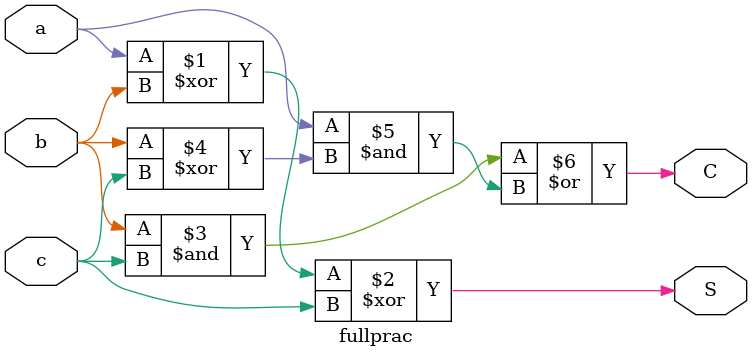
<source format=v>
module fullprac(
    input a,b,c,
    output S,C
    );

    assign S=a^b^c;
    assign C=(b&c)|(a&(b^c));
endmodule
</source>
